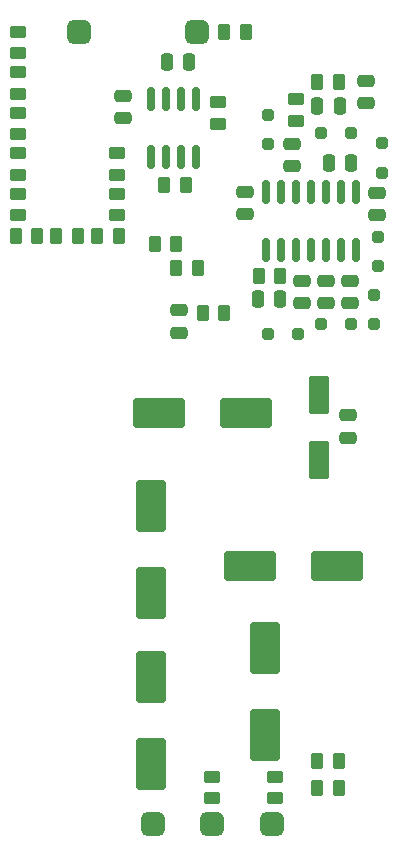
<source format=gbr>
%TF.GenerationSoftware,KiCad,Pcbnew,(7.0.0)*%
%TF.CreationDate,2023-03-18T07:41:40+03:00*%
%TF.ProjectId,StudioMic,53747564-696f-44d6-9963-2e6b69636164,1*%
%TF.SameCoordinates,Original*%
%TF.FileFunction,Paste,Top*%
%TF.FilePolarity,Positive*%
%FSLAX46Y46*%
G04 Gerber Fmt 4.6, Leading zero omitted, Abs format (unit mm)*
G04 Created by KiCad (PCBNEW (7.0.0)) date 2023-03-18 07:41:40*
%MOMM*%
%LPD*%
G01*
G04 APERTURE LIST*
G04 Aperture macros list*
%AMRoundRect*
0 Rectangle with rounded corners*
0 $1 Rounding radius*
0 $2 $3 $4 $5 $6 $7 $8 $9 X,Y pos of 4 corners*
0 Add a 4 corners polygon primitive as box body*
4,1,4,$2,$3,$4,$5,$6,$7,$8,$9,$2,$3,0*
0 Add four circle primitives for the rounded corners*
1,1,$1+$1,$2,$3*
1,1,$1+$1,$4,$5*
1,1,$1+$1,$6,$7*
1,1,$1+$1,$8,$9*
0 Add four rect primitives between the rounded corners*
20,1,$1+$1,$2,$3,$4,$5,0*
20,1,$1+$1,$4,$5,$6,$7,0*
20,1,$1+$1,$6,$7,$8,$9,0*
20,1,$1+$1,$8,$9,$2,$3,0*%
G04 Aperture macros list end*
%ADD10RoundRect,0.250000X-0.475000X0.250000X-0.475000X-0.250000X0.475000X-0.250000X0.475000X0.250000X0*%
%ADD11RoundRect,0.250000X0.475000X-0.250000X0.475000X0.250000X-0.475000X0.250000X-0.475000X-0.250000X0*%
%ADD12RoundRect,0.150000X0.150000X-0.825000X0.150000X0.825000X-0.150000X0.825000X-0.150000X-0.825000X0*%
%ADD13RoundRect,0.250000X-0.600000X1.400000X-0.600000X-1.400000X0.600000X-1.400000X0.600000X1.400000X0*%
%ADD14RoundRect,0.250000X0.450000X-0.262500X0.450000X0.262500X-0.450000X0.262500X-0.450000X-0.262500X0*%
%ADD15RoundRect,0.250000X0.262500X0.450000X-0.262500X0.450000X-0.262500X-0.450000X0.262500X-0.450000X0*%
%ADD16RoundRect,0.250000X-0.250000X0.250000X-0.250000X-0.250000X0.250000X-0.250000X0.250000X0.250000X0*%
%ADD17RoundRect,0.250000X1.950000X1.000000X-1.950000X1.000000X-1.950000X-1.000000X1.950000X-1.000000X0*%
%ADD18RoundRect,0.250000X-0.450000X0.262500X-0.450000X-0.262500X0.450000X-0.262500X0.450000X0.262500X0*%
%ADD19RoundRect,0.250000X-0.262500X-0.450000X0.262500X-0.450000X0.262500X0.450000X-0.262500X0.450000X0*%
%ADD20RoundRect,0.250000X-0.250000X-0.475000X0.250000X-0.475000X0.250000X0.475000X-0.250000X0.475000X0*%
%ADD21RoundRect,0.250000X0.250000X0.475000X-0.250000X0.475000X-0.250000X-0.475000X0.250000X-0.475000X0*%
%ADD22RoundRect,0.250000X0.250000X0.250000X-0.250000X0.250000X-0.250000X-0.250000X0.250000X-0.250000X0*%
%ADD23RoundRect,0.250000X1.000000X-1.950000X1.000000X1.950000X-1.000000X1.950000X-1.000000X-1.950000X0*%
%ADD24RoundRect,0.500000X-0.500000X-0.500000X0.500000X-0.500000X0.500000X0.500000X-0.500000X0.500000X0*%
%ADD25RoundRect,0.250000X-1.950000X-1.000000X1.950000X-1.000000X1.950000X1.000000X-1.950000X1.000000X0*%
%ADD26RoundRect,0.250000X-0.250000X-0.250000X0.250000X-0.250000X0.250000X0.250000X-0.250000X0.250000X0*%
%ADD27RoundRect,0.250000X-1.000000X1.950000X-1.000000X-1.950000X1.000000X-1.950000X1.000000X1.950000X0*%
%ADD28RoundRect,0.150000X-0.150000X0.825000X-0.150000X-0.825000X0.150000X-0.825000X0.150000X0.825000X0*%
G04 APERTURE END LIST*
D10*
%TO.C,C12*%
X162282500Y-79353400D03*
X162282500Y-77453400D03*
%TD*%
%TO.C,C8*%
X145087000Y-63688000D03*
X145087000Y-61788000D03*
%TD*%
D11*
%TO.C,C16*%
X159385000Y-65871000D03*
X159385000Y-67771000D03*
%TD*%
D12*
%TO.C,U2*%
X157126300Y-69944200D03*
X158396300Y-69944200D03*
X159666300Y-69944200D03*
X160936300Y-69944200D03*
X162206300Y-69944200D03*
X163476300Y-69944200D03*
X164746300Y-69944200D03*
X164746300Y-74894200D03*
X163476300Y-74894200D03*
X162206300Y-74894200D03*
X160936300Y-74894200D03*
X159666300Y-74894200D03*
X158396300Y-74894200D03*
X157126300Y-74894200D03*
%TD*%
D13*
%TO.C,D1*%
X161671000Y-92666000D03*
X161671000Y-87166000D03*
%TD*%
D14*
%TO.C,R12*%
X153138500Y-62333500D03*
X153138500Y-64158500D03*
%TD*%
D15*
%TO.C,R5*%
X151821500Y-80156000D03*
X153646500Y-80156000D03*
%TD*%
%TO.C,R10*%
X161522400Y-60598000D03*
X163347400Y-60598000D03*
%TD*%
D16*
%TO.C,D8*%
X157353000Y-65896800D03*
X157353000Y-63396800D03*
%TD*%
D17*
%TO.C,C3*%
X155771500Y-101600000D03*
X163171500Y-101600000D03*
%TD*%
D18*
%TO.C,R2*%
X152630500Y-121285000D03*
X152630500Y-119460000D03*
%TD*%
D19*
%TO.C,R6*%
X151384000Y-76346000D03*
X149559000Y-76346000D03*
%TD*%
D20*
%TO.C,C15*%
X164399000Y-67456000D03*
X162499000Y-67456000D03*
%TD*%
D10*
%TO.C,C11*%
X160250500Y-79353400D03*
X160250500Y-77453400D03*
%TD*%
D21*
%TO.C,C17*%
X161510300Y-62630000D03*
X163410300Y-62630000D03*
%TD*%
D22*
%TO.C,D3*%
X161819900Y-81146600D03*
X164319900Y-81146600D03*
%TD*%
D18*
%TO.C,R9*%
X159666300Y-63908300D03*
X159666300Y-62083300D03*
%TD*%
D19*
%TO.C,R3*%
X163322000Y-118110000D03*
X161497000Y-118110000D03*
%TD*%
%TO.C,R11*%
X150391500Y-69361000D03*
X148566500Y-69361000D03*
%TD*%
D18*
%TO.C,R101*%
X136144000Y-58189500D03*
X136144000Y-56364500D03*
%TD*%
%TO.C,R102*%
X136144000Y-61642000D03*
X136144000Y-59817000D03*
%TD*%
%TO.C,R105*%
X136144000Y-71905500D03*
X136144000Y-70080500D03*
%TD*%
D19*
%TO.C,R7*%
X149582500Y-74314000D03*
X147757500Y-74314000D03*
%TD*%
D11*
%TO.C,C10*%
X155348300Y-69919800D03*
X155348300Y-71819800D03*
%TD*%
D19*
%TO.C,R4*%
X163322000Y-120396000D03*
X161497000Y-120396000D03*
%TD*%
D23*
%TO.C,C1*%
X157099000Y-108568000D03*
X157099000Y-115968000D03*
%TD*%
D24*
%TO.C,J1*%
X157630500Y-123444000D03*
X152630500Y-123444000D03*
X147630500Y-123444000D03*
%TD*%
D10*
%TO.C,C13*%
X164289100Y-79363600D03*
X164289100Y-77463600D03*
%TD*%
D20*
%TO.C,C19*%
X150683000Y-58928000D03*
X148783000Y-58928000D03*
%TD*%
D25*
%TO.C,C7*%
X155465000Y-88646000D03*
X148065000Y-88646000D03*
%TD*%
D19*
%TO.C,R107*%
X141247500Y-73660000D03*
X139422500Y-73660000D03*
%TD*%
D18*
%TO.C,R1*%
X157964500Y-121285000D03*
X157964500Y-119460000D03*
%TD*%
D26*
%TO.C,D7*%
X164318000Y-64916000D03*
X161818000Y-64916000D03*
%TD*%
D21*
%TO.C,C9*%
X156481100Y-79048600D03*
X158381100Y-79048600D03*
%TD*%
D22*
%TO.C,D2*%
X157349500Y-81934000D03*
X159849500Y-81934000D03*
%TD*%
D15*
%TO.C,R13*%
X155471500Y-56388000D03*
X153646500Y-56388000D03*
%TD*%
%TO.C,R8*%
X156544000Y-77092800D03*
X158369000Y-77092800D03*
%TD*%
D18*
%TO.C,R103*%
X136144000Y-65047500D03*
X136144000Y-63222500D03*
%TD*%
D16*
%TO.C,D4*%
X166295700Y-81162200D03*
X166295700Y-78662200D03*
%TD*%
D24*
%TO.C,MK1*%
X151304000Y-56388000D03*
X141304000Y-56388000D03*
%TD*%
D11*
%TO.C,C18*%
X165608000Y-60537000D03*
X165608000Y-62437000D03*
%TD*%
D18*
%TO.C,R104*%
X136144000Y-68476500D03*
X136144000Y-66651500D03*
%TD*%
D19*
%TO.C,R108*%
X144676500Y-73660000D03*
X142851500Y-73660000D03*
%TD*%
D16*
%TO.C,D6*%
X167005000Y-68325000D03*
X167005000Y-65825000D03*
%TD*%
D14*
%TO.C,R109*%
X144526000Y-70080500D03*
X144526000Y-71905500D03*
%TD*%
D11*
%TO.C,C4*%
X164084000Y-88839000D03*
X164084000Y-90739000D03*
%TD*%
D19*
%TO.C,R106*%
X137795000Y-73660000D03*
X135970000Y-73660000D03*
%TD*%
D10*
%TO.C,C14*%
X166549700Y-71896000D03*
X166549700Y-69996000D03*
%TD*%
D16*
%TO.C,D5*%
X166676700Y-76234600D03*
X166676700Y-73734600D03*
%TD*%
D11*
%TO.C,C6*%
X149813000Y-79968000D03*
X149813000Y-81868000D03*
%TD*%
D23*
%TO.C,C2*%
X147447000Y-110981000D03*
X147447000Y-118381000D03*
%TD*%
D27*
%TO.C,C5*%
X147447000Y-103903000D03*
X147447000Y-96503000D03*
%TD*%
D14*
%TO.C,R110*%
X144526000Y-66651500D03*
X144526000Y-68476500D03*
%TD*%
D28*
%TO.C,U1*%
X151233500Y-67010000D03*
X149963500Y-67010000D03*
X148693500Y-67010000D03*
X147423500Y-67010000D03*
X147423500Y-62060000D03*
X148693500Y-62060000D03*
X149963500Y-62060000D03*
X151233500Y-62060000D03*
%TD*%
M02*

</source>
